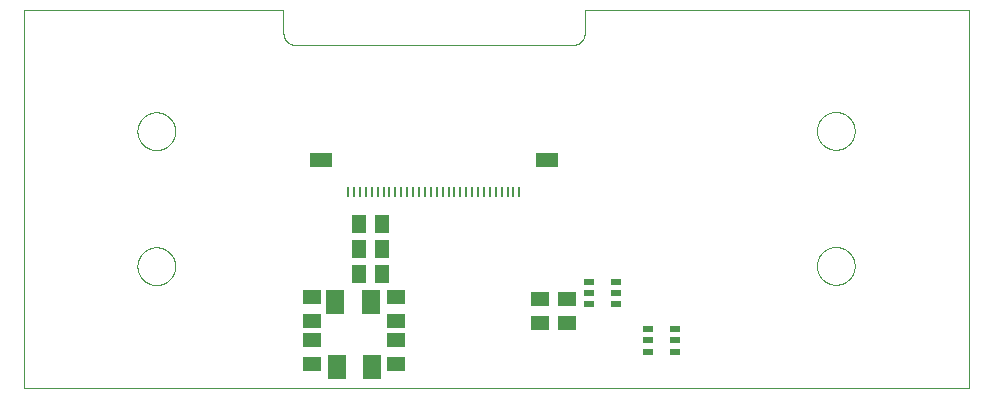
<source format=gtp>
G75*
%MOIN*%
%OFA0B0*%
%FSLAX25Y25*%
%IPPOS*%
%LPD*%
%AMOC8*
5,1,8,0,0,1.08239X$1,22.5*
%
%ADD10C,0.00000*%
%ADD11R,0.00984X0.03740*%
%ADD12R,0.07677X0.04921*%
%ADD13R,0.05118X0.06299*%
%ADD14R,0.06299X0.05118*%
%ADD15R,0.05906X0.07874*%
%ADD16R,0.03543X0.02362*%
D10*
X0001000Y0001571D02*
X0001000Y0127555D01*
X0087614Y0127555D01*
X0087614Y0119681D01*
X0087616Y0119557D01*
X0087622Y0119434D01*
X0087631Y0119310D01*
X0087645Y0119188D01*
X0087662Y0119065D01*
X0087684Y0118943D01*
X0087709Y0118822D01*
X0087738Y0118702D01*
X0087770Y0118583D01*
X0087807Y0118464D01*
X0087847Y0118347D01*
X0087890Y0118232D01*
X0087938Y0118117D01*
X0087989Y0118005D01*
X0088043Y0117894D01*
X0088101Y0117784D01*
X0088162Y0117677D01*
X0088227Y0117571D01*
X0088295Y0117468D01*
X0088366Y0117367D01*
X0088440Y0117268D01*
X0088517Y0117171D01*
X0088598Y0117077D01*
X0088681Y0116986D01*
X0088767Y0116897D01*
X0088856Y0116811D01*
X0088947Y0116728D01*
X0089041Y0116647D01*
X0089138Y0116570D01*
X0089237Y0116496D01*
X0089338Y0116425D01*
X0089441Y0116357D01*
X0089547Y0116292D01*
X0089654Y0116231D01*
X0089764Y0116173D01*
X0089875Y0116119D01*
X0089987Y0116068D01*
X0090102Y0116020D01*
X0090217Y0115977D01*
X0090334Y0115937D01*
X0090453Y0115900D01*
X0090572Y0115868D01*
X0090692Y0115839D01*
X0090813Y0115814D01*
X0090935Y0115792D01*
X0091058Y0115775D01*
X0091180Y0115761D01*
X0091304Y0115752D01*
X0091427Y0115746D01*
X0091551Y0115744D01*
X0184071Y0115744D01*
X0184195Y0115746D01*
X0184318Y0115752D01*
X0184442Y0115761D01*
X0184564Y0115775D01*
X0184687Y0115792D01*
X0184809Y0115814D01*
X0184930Y0115839D01*
X0185050Y0115868D01*
X0185169Y0115900D01*
X0185288Y0115937D01*
X0185405Y0115977D01*
X0185520Y0116020D01*
X0185635Y0116068D01*
X0185747Y0116119D01*
X0185858Y0116173D01*
X0185968Y0116231D01*
X0186075Y0116292D01*
X0186181Y0116357D01*
X0186284Y0116425D01*
X0186385Y0116496D01*
X0186484Y0116570D01*
X0186581Y0116647D01*
X0186675Y0116728D01*
X0186766Y0116811D01*
X0186855Y0116897D01*
X0186941Y0116986D01*
X0187024Y0117077D01*
X0187105Y0117171D01*
X0187182Y0117268D01*
X0187256Y0117367D01*
X0187327Y0117468D01*
X0187395Y0117571D01*
X0187460Y0117677D01*
X0187521Y0117784D01*
X0187579Y0117894D01*
X0187633Y0118005D01*
X0187684Y0118117D01*
X0187732Y0118232D01*
X0187775Y0118347D01*
X0187815Y0118464D01*
X0187852Y0118583D01*
X0187884Y0118702D01*
X0187913Y0118822D01*
X0187938Y0118943D01*
X0187960Y0119065D01*
X0187977Y0119188D01*
X0187991Y0119310D01*
X0188000Y0119434D01*
X0188006Y0119557D01*
X0188008Y0119681D01*
X0188008Y0127555D01*
X0315961Y0127555D01*
X0315961Y0001571D01*
X0001000Y0001571D01*
X0038934Y0042020D02*
X0038936Y0042178D01*
X0038942Y0042336D01*
X0038952Y0042494D01*
X0038966Y0042652D01*
X0038984Y0042809D01*
X0039005Y0042966D01*
X0039031Y0043122D01*
X0039061Y0043278D01*
X0039094Y0043433D01*
X0039132Y0043586D01*
X0039173Y0043739D01*
X0039218Y0043891D01*
X0039267Y0044042D01*
X0039320Y0044191D01*
X0039376Y0044339D01*
X0039436Y0044485D01*
X0039500Y0044630D01*
X0039568Y0044773D01*
X0039639Y0044915D01*
X0039713Y0045055D01*
X0039791Y0045192D01*
X0039873Y0045328D01*
X0039957Y0045462D01*
X0040046Y0045593D01*
X0040137Y0045722D01*
X0040232Y0045849D01*
X0040329Y0045974D01*
X0040430Y0046096D01*
X0040534Y0046215D01*
X0040641Y0046332D01*
X0040751Y0046446D01*
X0040864Y0046557D01*
X0040979Y0046666D01*
X0041097Y0046771D01*
X0041218Y0046873D01*
X0041341Y0046973D01*
X0041467Y0047069D01*
X0041595Y0047162D01*
X0041725Y0047252D01*
X0041858Y0047338D01*
X0041993Y0047422D01*
X0042129Y0047501D01*
X0042268Y0047578D01*
X0042409Y0047650D01*
X0042551Y0047720D01*
X0042695Y0047785D01*
X0042841Y0047847D01*
X0042988Y0047905D01*
X0043137Y0047960D01*
X0043287Y0048011D01*
X0043438Y0048058D01*
X0043590Y0048101D01*
X0043743Y0048140D01*
X0043898Y0048176D01*
X0044053Y0048207D01*
X0044209Y0048235D01*
X0044365Y0048259D01*
X0044522Y0048279D01*
X0044680Y0048295D01*
X0044837Y0048307D01*
X0044996Y0048315D01*
X0045154Y0048319D01*
X0045312Y0048319D01*
X0045470Y0048315D01*
X0045629Y0048307D01*
X0045786Y0048295D01*
X0045944Y0048279D01*
X0046101Y0048259D01*
X0046257Y0048235D01*
X0046413Y0048207D01*
X0046568Y0048176D01*
X0046723Y0048140D01*
X0046876Y0048101D01*
X0047028Y0048058D01*
X0047179Y0048011D01*
X0047329Y0047960D01*
X0047478Y0047905D01*
X0047625Y0047847D01*
X0047771Y0047785D01*
X0047915Y0047720D01*
X0048057Y0047650D01*
X0048198Y0047578D01*
X0048337Y0047501D01*
X0048473Y0047422D01*
X0048608Y0047338D01*
X0048741Y0047252D01*
X0048871Y0047162D01*
X0048999Y0047069D01*
X0049125Y0046973D01*
X0049248Y0046873D01*
X0049369Y0046771D01*
X0049487Y0046666D01*
X0049602Y0046557D01*
X0049715Y0046446D01*
X0049825Y0046332D01*
X0049932Y0046215D01*
X0050036Y0046096D01*
X0050137Y0045974D01*
X0050234Y0045849D01*
X0050329Y0045722D01*
X0050420Y0045593D01*
X0050509Y0045462D01*
X0050593Y0045328D01*
X0050675Y0045192D01*
X0050753Y0045055D01*
X0050827Y0044915D01*
X0050898Y0044773D01*
X0050966Y0044630D01*
X0051030Y0044485D01*
X0051090Y0044339D01*
X0051146Y0044191D01*
X0051199Y0044042D01*
X0051248Y0043891D01*
X0051293Y0043739D01*
X0051334Y0043586D01*
X0051372Y0043433D01*
X0051405Y0043278D01*
X0051435Y0043122D01*
X0051461Y0042966D01*
X0051482Y0042809D01*
X0051500Y0042652D01*
X0051514Y0042494D01*
X0051524Y0042336D01*
X0051530Y0042178D01*
X0051532Y0042020D01*
X0051530Y0041862D01*
X0051524Y0041704D01*
X0051514Y0041546D01*
X0051500Y0041388D01*
X0051482Y0041231D01*
X0051461Y0041074D01*
X0051435Y0040918D01*
X0051405Y0040762D01*
X0051372Y0040607D01*
X0051334Y0040454D01*
X0051293Y0040301D01*
X0051248Y0040149D01*
X0051199Y0039998D01*
X0051146Y0039849D01*
X0051090Y0039701D01*
X0051030Y0039555D01*
X0050966Y0039410D01*
X0050898Y0039267D01*
X0050827Y0039125D01*
X0050753Y0038985D01*
X0050675Y0038848D01*
X0050593Y0038712D01*
X0050509Y0038578D01*
X0050420Y0038447D01*
X0050329Y0038318D01*
X0050234Y0038191D01*
X0050137Y0038066D01*
X0050036Y0037944D01*
X0049932Y0037825D01*
X0049825Y0037708D01*
X0049715Y0037594D01*
X0049602Y0037483D01*
X0049487Y0037374D01*
X0049369Y0037269D01*
X0049248Y0037167D01*
X0049125Y0037067D01*
X0048999Y0036971D01*
X0048871Y0036878D01*
X0048741Y0036788D01*
X0048608Y0036702D01*
X0048473Y0036618D01*
X0048337Y0036539D01*
X0048198Y0036462D01*
X0048057Y0036390D01*
X0047915Y0036320D01*
X0047771Y0036255D01*
X0047625Y0036193D01*
X0047478Y0036135D01*
X0047329Y0036080D01*
X0047179Y0036029D01*
X0047028Y0035982D01*
X0046876Y0035939D01*
X0046723Y0035900D01*
X0046568Y0035864D01*
X0046413Y0035833D01*
X0046257Y0035805D01*
X0046101Y0035781D01*
X0045944Y0035761D01*
X0045786Y0035745D01*
X0045629Y0035733D01*
X0045470Y0035725D01*
X0045312Y0035721D01*
X0045154Y0035721D01*
X0044996Y0035725D01*
X0044837Y0035733D01*
X0044680Y0035745D01*
X0044522Y0035761D01*
X0044365Y0035781D01*
X0044209Y0035805D01*
X0044053Y0035833D01*
X0043898Y0035864D01*
X0043743Y0035900D01*
X0043590Y0035939D01*
X0043438Y0035982D01*
X0043287Y0036029D01*
X0043137Y0036080D01*
X0042988Y0036135D01*
X0042841Y0036193D01*
X0042695Y0036255D01*
X0042551Y0036320D01*
X0042409Y0036390D01*
X0042268Y0036462D01*
X0042129Y0036539D01*
X0041993Y0036618D01*
X0041858Y0036702D01*
X0041725Y0036788D01*
X0041595Y0036878D01*
X0041467Y0036971D01*
X0041341Y0037067D01*
X0041218Y0037167D01*
X0041097Y0037269D01*
X0040979Y0037374D01*
X0040864Y0037483D01*
X0040751Y0037594D01*
X0040641Y0037708D01*
X0040534Y0037825D01*
X0040430Y0037944D01*
X0040329Y0038066D01*
X0040232Y0038191D01*
X0040137Y0038318D01*
X0040046Y0038447D01*
X0039957Y0038578D01*
X0039873Y0038712D01*
X0039791Y0038848D01*
X0039713Y0038985D01*
X0039639Y0039125D01*
X0039568Y0039267D01*
X0039500Y0039410D01*
X0039436Y0039555D01*
X0039376Y0039701D01*
X0039320Y0039849D01*
X0039267Y0039998D01*
X0039218Y0040149D01*
X0039173Y0040301D01*
X0039132Y0040454D01*
X0039094Y0040607D01*
X0039061Y0040762D01*
X0039031Y0040918D01*
X0039005Y0041074D01*
X0038984Y0041231D01*
X0038966Y0041388D01*
X0038952Y0041546D01*
X0038942Y0041704D01*
X0038936Y0041862D01*
X0038934Y0042020D01*
X0038934Y0087020D02*
X0038936Y0087178D01*
X0038942Y0087336D01*
X0038952Y0087494D01*
X0038966Y0087652D01*
X0038984Y0087809D01*
X0039005Y0087966D01*
X0039031Y0088122D01*
X0039061Y0088278D01*
X0039094Y0088433D01*
X0039132Y0088586D01*
X0039173Y0088739D01*
X0039218Y0088891D01*
X0039267Y0089042D01*
X0039320Y0089191D01*
X0039376Y0089339D01*
X0039436Y0089485D01*
X0039500Y0089630D01*
X0039568Y0089773D01*
X0039639Y0089915D01*
X0039713Y0090055D01*
X0039791Y0090192D01*
X0039873Y0090328D01*
X0039957Y0090462D01*
X0040046Y0090593D01*
X0040137Y0090722D01*
X0040232Y0090849D01*
X0040329Y0090974D01*
X0040430Y0091096D01*
X0040534Y0091215D01*
X0040641Y0091332D01*
X0040751Y0091446D01*
X0040864Y0091557D01*
X0040979Y0091666D01*
X0041097Y0091771D01*
X0041218Y0091873D01*
X0041341Y0091973D01*
X0041467Y0092069D01*
X0041595Y0092162D01*
X0041725Y0092252D01*
X0041858Y0092338D01*
X0041993Y0092422D01*
X0042129Y0092501D01*
X0042268Y0092578D01*
X0042409Y0092650D01*
X0042551Y0092720D01*
X0042695Y0092785D01*
X0042841Y0092847D01*
X0042988Y0092905D01*
X0043137Y0092960D01*
X0043287Y0093011D01*
X0043438Y0093058D01*
X0043590Y0093101D01*
X0043743Y0093140D01*
X0043898Y0093176D01*
X0044053Y0093207D01*
X0044209Y0093235D01*
X0044365Y0093259D01*
X0044522Y0093279D01*
X0044680Y0093295D01*
X0044837Y0093307D01*
X0044996Y0093315D01*
X0045154Y0093319D01*
X0045312Y0093319D01*
X0045470Y0093315D01*
X0045629Y0093307D01*
X0045786Y0093295D01*
X0045944Y0093279D01*
X0046101Y0093259D01*
X0046257Y0093235D01*
X0046413Y0093207D01*
X0046568Y0093176D01*
X0046723Y0093140D01*
X0046876Y0093101D01*
X0047028Y0093058D01*
X0047179Y0093011D01*
X0047329Y0092960D01*
X0047478Y0092905D01*
X0047625Y0092847D01*
X0047771Y0092785D01*
X0047915Y0092720D01*
X0048057Y0092650D01*
X0048198Y0092578D01*
X0048337Y0092501D01*
X0048473Y0092422D01*
X0048608Y0092338D01*
X0048741Y0092252D01*
X0048871Y0092162D01*
X0048999Y0092069D01*
X0049125Y0091973D01*
X0049248Y0091873D01*
X0049369Y0091771D01*
X0049487Y0091666D01*
X0049602Y0091557D01*
X0049715Y0091446D01*
X0049825Y0091332D01*
X0049932Y0091215D01*
X0050036Y0091096D01*
X0050137Y0090974D01*
X0050234Y0090849D01*
X0050329Y0090722D01*
X0050420Y0090593D01*
X0050509Y0090462D01*
X0050593Y0090328D01*
X0050675Y0090192D01*
X0050753Y0090055D01*
X0050827Y0089915D01*
X0050898Y0089773D01*
X0050966Y0089630D01*
X0051030Y0089485D01*
X0051090Y0089339D01*
X0051146Y0089191D01*
X0051199Y0089042D01*
X0051248Y0088891D01*
X0051293Y0088739D01*
X0051334Y0088586D01*
X0051372Y0088433D01*
X0051405Y0088278D01*
X0051435Y0088122D01*
X0051461Y0087966D01*
X0051482Y0087809D01*
X0051500Y0087652D01*
X0051514Y0087494D01*
X0051524Y0087336D01*
X0051530Y0087178D01*
X0051532Y0087020D01*
X0051530Y0086862D01*
X0051524Y0086704D01*
X0051514Y0086546D01*
X0051500Y0086388D01*
X0051482Y0086231D01*
X0051461Y0086074D01*
X0051435Y0085918D01*
X0051405Y0085762D01*
X0051372Y0085607D01*
X0051334Y0085454D01*
X0051293Y0085301D01*
X0051248Y0085149D01*
X0051199Y0084998D01*
X0051146Y0084849D01*
X0051090Y0084701D01*
X0051030Y0084555D01*
X0050966Y0084410D01*
X0050898Y0084267D01*
X0050827Y0084125D01*
X0050753Y0083985D01*
X0050675Y0083848D01*
X0050593Y0083712D01*
X0050509Y0083578D01*
X0050420Y0083447D01*
X0050329Y0083318D01*
X0050234Y0083191D01*
X0050137Y0083066D01*
X0050036Y0082944D01*
X0049932Y0082825D01*
X0049825Y0082708D01*
X0049715Y0082594D01*
X0049602Y0082483D01*
X0049487Y0082374D01*
X0049369Y0082269D01*
X0049248Y0082167D01*
X0049125Y0082067D01*
X0048999Y0081971D01*
X0048871Y0081878D01*
X0048741Y0081788D01*
X0048608Y0081702D01*
X0048473Y0081618D01*
X0048337Y0081539D01*
X0048198Y0081462D01*
X0048057Y0081390D01*
X0047915Y0081320D01*
X0047771Y0081255D01*
X0047625Y0081193D01*
X0047478Y0081135D01*
X0047329Y0081080D01*
X0047179Y0081029D01*
X0047028Y0080982D01*
X0046876Y0080939D01*
X0046723Y0080900D01*
X0046568Y0080864D01*
X0046413Y0080833D01*
X0046257Y0080805D01*
X0046101Y0080781D01*
X0045944Y0080761D01*
X0045786Y0080745D01*
X0045629Y0080733D01*
X0045470Y0080725D01*
X0045312Y0080721D01*
X0045154Y0080721D01*
X0044996Y0080725D01*
X0044837Y0080733D01*
X0044680Y0080745D01*
X0044522Y0080761D01*
X0044365Y0080781D01*
X0044209Y0080805D01*
X0044053Y0080833D01*
X0043898Y0080864D01*
X0043743Y0080900D01*
X0043590Y0080939D01*
X0043438Y0080982D01*
X0043287Y0081029D01*
X0043137Y0081080D01*
X0042988Y0081135D01*
X0042841Y0081193D01*
X0042695Y0081255D01*
X0042551Y0081320D01*
X0042409Y0081390D01*
X0042268Y0081462D01*
X0042129Y0081539D01*
X0041993Y0081618D01*
X0041858Y0081702D01*
X0041725Y0081788D01*
X0041595Y0081878D01*
X0041467Y0081971D01*
X0041341Y0082067D01*
X0041218Y0082167D01*
X0041097Y0082269D01*
X0040979Y0082374D01*
X0040864Y0082483D01*
X0040751Y0082594D01*
X0040641Y0082708D01*
X0040534Y0082825D01*
X0040430Y0082944D01*
X0040329Y0083066D01*
X0040232Y0083191D01*
X0040137Y0083318D01*
X0040046Y0083447D01*
X0039957Y0083578D01*
X0039873Y0083712D01*
X0039791Y0083848D01*
X0039713Y0083985D01*
X0039639Y0084125D01*
X0039568Y0084267D01*
X0039500Y0084410D01*
X0039436Y0084555D01*
X0039376Y0084701D01*
X0039320Y0084849D01*
X0039267Y0084998D01*
X0039218Y0085149D01*
X0039173Y0085301D01*
X0039132Y0085454D01*
X0039094Y0085607D01*
X0039061Y0085762D01*
X0039031Y0085918D01*
X0039005Y0086074D01*
X0038984Y0086231D01*
X0038966Y0086388D01*
X0038952Y0086546D01*
X0038942Y0086704D01*
X0038936Y0086862D01*
X0038934Y0087020D01*
X0265429Y0087106D02*
X0265431Y0087264D01*
X0265437Y0087422D01*
X0265447Y0087580D01*
X0265461Y0087738D01*
X0265479Y0087895D01*
X0265500Y0088052D01*
X0265526Y0088208D01*
X0265556Y0088364D01*
X0265589Y0088519D01*
X0265627Y0088672D01*
X0265668Y0088825D01*
X0265713Y0088977D01*
X0265762Y0089128D01*
X0265815Y0089277D01*
X0265871Y0089425D01*
X0265931Y0089571D01*
X0265995Y0089716D01*
X0266063Y0089859D01*
X0266134Y0090001D01*
X0266208Y0090141D01*
X0266286Y0090278D01*
X0266368Y0090414D01*
X0266452Y0090548D01*
X0266541Y0090679D01*
X0266632Y0090808D01*
X0266727Y0090935D01*
X0266824Y0091060D01*
X0266925Y0091182D01*
X0267029Y0091301D01*
X0267136Y0091418D01*
X0267246Y0091532D01*
X0267359Y0091643D01*
X0267474Y0091752D01*
X0267592Y0091857D01*
X0267713Y0091959D01*
X0267836Y0092059D01*
X0267962Y0092155D01*
X0268090Y0092248D01*
X0268220Y0092338D01*
X0268353Y0092424D01*
X0268488Y0092508D01*
X0268624Y0092587D01*
X0268763Y0092664D01*
X0268904Y0092736D01*
X0269046Y0092806D01*
X0269190Y0092871D01*
X0269336Y0092933D01*
X0269483Y0092991D01*
X0269632Y0093046D01*
X0269782Y0093097D01*
X0269933Y0093144D01*
X0270085Y0093187D01*
X0270238Y0093226D01*
X0270393Y0093262D01*
X0270548Y0093293D01*
X0270704Y0093321D01*
X0270860Y0093345D01*
X0271017Y0093365D01*
X0271175Y0093381D01*
X0271332Y0093393D01*
X0271491Y0093401D01*
X0271649Y0093405D01*
X0271807Y0093405D01*
X0271965Y0093401D01*
X0272124Y0093393D01*
X0272281Y0093381D01*
X0272439Y0093365D01*
X0272596Y0093345D01*
X0272752Y0093321D01*
X0272908Y0093293D01*
X0273063Y0093262D01*
X0273218Y0093226D01*
X0273371Y0093187D01*
X0273523Y0093144D01*
X0273674Y0093097D01*
X0273824Y0093046D01*
X0273973Y0092991D01*
X0274120Y0092933D01*
X0274266Y0092871D01*
X0274410Y0092806D01*
X0274552Y0092736D01*
X0274693Y0092664D01*
X0274832Y0092587D01*
X0274968Y0092508D01*
X0275103Y0092424D01*
X0275236Y0092338D01*
X0275366Y0092248D01*
X0275494Y0092155D01*
X0275620Y0092059D01*
X0275743Y0091959D01*
X0275864Y0091857D01*
X0275982Y0091752D01*
X0276097Y0091643D01*
X0276210Y0091532D01*
X0276320Y0091418D01*
X0276427Y0091301D01*
X0276531Y0091182D01*
X0276632Y0091060D01*
X0276729Y0090935D01*
X0276824Y0090808D01*
X0276915Y0090679D01*
X0277004Y0090548D01*
X0277088Y0090414D01*
X0277170Y0090278D01*
X0277248Y0090141D01*
X0277322Y0090001D01*
X0277393Y0089859D01*
X0277461Y0089716D01*
X0277525Y0089571D01*
X0277585Y0089425D01*
X0277641Y0089277D01*
X0277694Y0089128D01*
X0277743Y0088977D01*
X0277788Y0088825D01*
X0277829Y0088672D01*
X0277867Y0088519D01*
X0277900Y0088364D01*
X0277930Y0088208D01*
X0277956Y0088052D01*
X0277977Y0087895D01*
X0277995Y0087738D01*
X0278009Y0087580D01*
X0278019Y0087422D01*
X0278025Y0087264D01*
X0278027Y0087106D01*
X0278025Y0086948D01*
X0278019Y0086790D01*
X0278009Y0086632D01*
X0277995Y0086474D01*
X0277977Y0086317D01*
X0277956Y0086160D01*
X0277930Y0086004D01*
X0277900Y0085848D01*
X0277867Y0085693D01*
X0277829Y0085540D01*
X0277788Y0085387D01*
X0277743Y0085235D01*
X0277694Y0085084D01*
X0277641Y0084935D01*
X0277585Y0084787D01*
X0277525Y0084641D01*
X0277461Y0084496D01*
X0277393Y0084353D01*
X0277322Y0084211D01*
X0277248Y0084071D01*
X0277170Y0083934D01*
X0277088Y0083798D01*
X0277004Y0083664D01*
X0276915Y0083533D01*
X0276824Y0083404D01*
X0276729Y0083277D01*
X0276632Y0083152D01*
X0276531Y0083030D01*
X0276427Y0082911D01*
X0276320Y0082794D01*
X0276210Y0082680D01*
X0276097Y0082569D01*
X0275982Y0082460D01*
X0275864Y0082355D01*
X0275743Y0082253D01*
X0275620Y0082153D01*
X0275494Y0082057D01*
X0275366Y0081964D01*
X0275236Y0081874D01*
X0275103Y0081788D01*
X0274968Y0081704D01*
X0274832Y0081625D01*
X0274693Y0081548D01*
X0274552Y0081476D01*
X0274410Y0081406D01*
X0274266Y0081341D01*
X0274120Y0081279D01*
X0273973Y0081221D01*
X0273824Y0081166D01*
X0273674Y0081115D01*
X0273523Y0081068D01*
X0273371Y0081025D01*
X0273218Y0080986D01*
X0273063Y0080950D01*
X0272908Y0080919D01*
X0272752Y0080891D01*
X0272596Y0080867D01*
X0272439Y0080847D01*
X0272281Y0080831D01*
X0272124Y0080819D01*
X0271965Y0080811D01*
X0271807Y0080807D01*
X0271649Y0080807D01*
X0271491Y0080811D01*
X0271332Y0080819D01*
X0271175Y0080831D01*
X0271017Y0080847D01*
X0270860Y0080867D01*
X0270704Y0080891D01*
X0270548Y0080919D01*
X0270393Y0080950D01*
X0270238Y0080986D01*
X0270085Y0081025D01*
X0269933Y0081068D01*
X0269782Y0081115D01*
X0269632Y0081166D01*
X0269483Y0081221D01*
X0269336Y0081279D01*
X0269190Y0081341D01*
X0269046Y0081406D01*
X0268904Y0081476D01*
X0268763Y0081548D01*
X0268624Y0081625D01*
X0268488Y0081704D01*
X0268353Y0081788D01*
X0268220Y0081874D01*
X0268090Y0081964D01*
X0267962Y0082057D01*
X0267836Y0082153D01*
X0267713Y0082253D01*
X0267592Y0082355D01*
X0267474Y0082460D01*
X0267359Y0082569D01*
X0267246Y0082680D01*
X0267136Y0082794D01*
X0267029Y0082911D01*
X0266925Y0083030D01*
X0266824Y0083152D01*
X0266727Y0083277D01*
X0266632Y0083404D01*
X0266541Y0083533D01*
X0266452Y0083664D01*
X0266368Y0083798D01*
X0266286Y0083934D01*
X0266208Y0084071D01*
X0266134Y0084211D01*
X0266063Y0084353D01*
X0265995Y0084496D01*
X0265931Y0084641D01*
X0265871Y0084787D01*
X0265815Y0084935D01*
X0265762Y0085084D01*
X0265713Y0085235D01*
X0265668Y0085387D01*
X0265627Y0085540D01*
X0265589Y0085693D01*
X0265556Y0085848D01*
X0265526Y0086004D01*
X0265500Y0086160D01*
X0265479Y0086317D01*
X0265461Y0086474D01*
X0265447Y0086632D01*
X0265437Y0086790D01*
X0265431Y0086948D01*
X0265429Y0087106D01*
X0265429Y0042106D02*
X0265431Y0042264D01*
X0265437Y0042422D01*
X0265447Y0042580D01*
X0265461Y0042738D01*
X0265479Y0042895D01*
X0265500Y0043052D01*
X0265526Y0043208D01*
X0265556Y0043364D01*
X0265589Y0043519D01*
X0265627Y0043672D01*
X0265668Y0043825D01*
X0265713Y0043977D01*
X0265762Y0044128D01*
X0265815Y0044277D01*
X0265871Y0044425D01*
X0265931Y0044571D01*
X0265995Y0044716D01*
X0266063Y0044859D01*
X0266134Y0045001D01*
X0266208Y0045141D01*
X0266286Y0045278D01*
X0266368Y0045414D01*
X0266452Y0045548D01*
X0266541Y0045679D01*
X0266632Y0045808D01*
X0266727Y0045935D01*
X0266824Y0046060D01*
X0266925Y0046182D01*
X0267029Y0046301D01*
X0267136Y0046418D01*
X0267246Y0046532D01*
X0267359Y0046643D01*
X0267474Y0046752D01*
X0267592Y0046857D01*
X0267713Y0046959D01*
X0267836Y0047059D01*
X0267962Y0047155D01*
X0268090Y0047248D01*
X0268220Y0047338D01*
X0268353Y0047424D01*
X0268488Y0047508D01*
X0268624Y0047587D01*
X0268763Y0047664D01*
X0268904Y0047736D01*
X0269046Y0047806D01*
X0269190Y0047871D01*
X0269336Y0047933D01*
X0269483Y0047991D01*
X0269632Y0048046D01*
X0269782Y0048097D01*
X0269933Y0048144D01*
X0270085Y0048187D01*
X0270238Y0048226D01*
X0270393Y0048262D01*
X0270548Y0048293D01*
X0270704Y0048321D01*
X0270860Y0048345D01*
X0271017Y0048365D01*
X0271175Y0048381D01*
X0271332Y0048393D01*
X0271491Y0048401D01*
X0271649Y0048405D01*
X0271807Y0048405D01*
X0271965Y0048401D01*
X0272124Y0048393D01*
X0272281Y0048381D01*
X0272439Y0048365D01*
X0272596Y0048345D01*
X0272752Y0048321D01*
X0272908Y0048293D01*
X0273063Y0048262D01*
X0273218Y0048226D01*
X0273371Y0048187D01*
X0273523Y0048144D01*
X0273674Y0048097D01*
X0273824Y0048046D01*
X0273973Y0047991D01*
X0274120Y0047933D01*
X0274266Y0047871D01*
X0274410Y0047806D01*
X0274552Y0047736D01*
X0274693Y0047664D01*
X0274832Y0047587D01*
X0274968Y0047508D01*
X0275103Y0047424D01*
X0275236Y0047338D01*
X0275366Y0047248D01*
X0275494Y0047155D01*
X0275620Y0047059D01*
X0275743Y0046959D01*
X0275864Y0046857D01*
X0275982Y0046752D01*
X0276097Y0046643D01*
X0276210Y0046532D01*
X0276320Y0046418D01*
X0276427Y0046301D01*
X0276531Y0046182D01*
X0276632Y0046060D01*
X0276729Y0045935D01*
X0276824Y0045808D01*
X0276915Y0045679D01*
X0277004Y0045548D01*
X0277088Y0045414D01*
X0277170Y0045278D01*
X0277248Y0045141D01*
X0277322Y0045001D01*
X0277393Y0044859D01*
X0277461Y0044716D01*
X0277525Y0044571D01*
X0277585Y0044425D01*
X0277641Y0044277D01*
X0277694Y0044128D01*
X0277743Y0043977D01*
X0277788Y0043825D01*
X0277829Y0043672D01*
X0277867Y0043519D01*
X0277900Y0043364D01*
X0277930Y0043208D01*
X0277956Y0043052D01*
X0277977Y0042895D01*
X0277995Y0042738D01*
X0278009Y0042580D01*
X0278019Y0042422D01*
X0278025Y0042264D01*
X0278027Y0042106D01*
X0278025Y0041948D01*
X0278019Y0041790D01*
X0278009Y0041632D01*
X0277995Y0041474D01*
X0277977Y0041317D01*
X0277956Y0041160D01*
X0277930Y0041004D01*
X0277900Y0040848D01*
X0277867Y0040693D01*
X0277829Y0040540D01*
X0277788Y0040387D01*
X0277743Y0040235D01*
X0277694Y0040084D01*
X0277641Y0039935D01*
X0277585Y0039787D01*
X0277525Y0039641D01*
X0277461Y0039496D01*
X0277393Y0039353D01*
X0277322Y0039211D01*
X0277248Y0039071D01*
X0277170Y0038934D01*
X0277088Y0038798D01*
X0277004Y0038664D01*
X0276915Y0038533D01*
X0276824Y0038404D01*
X0276729Y0038277D01*
X0276632Y0038152D01*
X0276531Y0038030D01*
X0276427Y0037911D01*
X0276320Y0037794D01*
X0276210Y0037680D01*
X0276097Y0037569D01*
X0275982Y0037460D01*
X0275864Y0037355D01*
X0275743Y0037253D01*
X0275620Y0037153D01*
X0275494Y0037057D01*
X0275366Y0036964D01*
X0275236Y0036874D01*
X0275103Y0036788D01*
X0274968Y0036704D01*
X0274832Y0036625D01*
X0274693Y0036548D01*
X0274552Y0036476D01*
X0274410Y0036406D01*
X0274266Y0036341D01*
X0274120Y0036279D01*
X0273973Y0036221D01*
X0273824Y0036166D01*
X0273674Y0036115D01*
X0273523Y0036068D01*
X0273371Y0036025D01*
X0273218Y0035986D01*
X0273063Y0035950D01*
X0272908Y0035919D01*
X0272752Y0035891D01*
X0272596Y0035867D01*
X0272439Y0035847D01*
X0272281Y0035831D01*
X0272124Y0035819D01*
X0271965Y0035811D01*
X0271807Y0035807D01*
X0271649Y0035807D01*
X0271491Y0035811D01*
X0271332Y0035819D01*
X0271175Y0035831D01*
X0271017Y0035847D01*
X0270860Y0035867D01*
X0270704Y0035891D01*
X0270548Y0035919D01*
X0270393Y0035950D01*
X0270238Y0035986D01*
X0270085Y0036025D01*
X0269933Y0036068D01*
X0269782Y0036115D01*
X0269632Y0036166D01*
X0269483Y0036221D01*
X0269336Y0036279D01*
X0269190Y0036341D01*
X0269046Y0036406D01*
X0268904Y0036476D01*
X0268763Y0036548D01*
X0268624Y0036625D01*
X0268488Y0036704D01*
X0268353Y0036788D01*
X0268220Y0036874D01*
X0268090Y0036964D01*
X0267962Y0037057D01*
X0267836Y0037153D01*
X0267713Y0037253D01*
X0267592Y0037355D01*
X0267474Y0037460D01*
X0267359Y0037569D01*
X0267246Y0037680D01*
X0267136Y0037794D01*
X0267029Y0037911D01*
X0266925Y0038030D01*
X0266824Y0038152D01*
X0266727Y0038277D01*
X0266632Y0038404D01*
X0266541Y0038533D01*
X0266452Y0038664D01*
X0266368Y0038798D01*
X0266286Y0038934D01*
X0266208Y0039071D01*
X0266134Y0039211D01*
X0266063Y0039353D01*
X0265995Y0039496D01*
X0265931Y0039641D01*
X0265871Y0039787D01*
X0265815Y0039935D01*
X0265762Y0040084D01*
X0265713Y0040235D01*
X0265668Y0040387D01*
X0265627Y0040540D01*
X0265589Y0040693D01*
X0265556Y0040848D01*
X0265526Y0041004D01*
X0265500Y0041160D01*
X0265479Y0041317D01*
X0265461Y0041474D01*
X0265447Y0041632D01*
X0265437Y0041790D01*
X0265431Y0041948D01*
X0265429Y0042106D01*
D11*
X0166247Y0066767D03*
X0164279Y0066767D03*
X0162310Y0066767D03*
X0160342Y0066767D03*
X0158373Y0066767D03*
X0156405Y0066767D03*
X0154436Y0066767D03*
X0152468Y0066767D03*
X0150499Y0066767D03*
X0148531Y0066767D03*
X0146562Y0066767D03*
X0146562Y0066767D03*
X0144594Y0066767D03*
X0142625Y0066767D03*
X0140657Y0066767D03*
X0140657Y0066767D03*
X0138688Y0066767D03*
X0138688Y0066767D03*
X0136720Y0066767D03*
X0136720Y0066767D03*
X0136720Y0066767D03*
X0134751Y0066767D03*
X0134751Y0066767D03*
X0132783Y0066767D03*
X0130814Y0066767D03*
X0128846Y0066767D03*
X0126877Y0066767D03*
X0124909Y0066767D03*
X0122940Y0066767D03*
X0120972Y0066767D03*
X0119003Y0066767D03*
X0117035Y0066767D03*
X0115066Y0066767D03*
X0113098Y0066767D03*
X0111129Y0066767D03*
X0109161Y0066767D03*
D12*
X0100106Y0077397D03*
X0175302Y0077397D03*
D13*
X0120587Y0056197D03*
X0112713Y0056197D03*
X0112713Y0047831D03*
X0120587Y0047831D03*
X0120587Y0039465D03*
X0112713Y0039465D03*
D14*
X0125016Y0031591D03*
X0125016Y0023717D03*
X0125016Y0017319D03*
X0125016Y0009445D03*
X0096965Y0009445D03*
X0096965Y0017319D03*
X0096965Y0023717D03*
X0096965Y0031591D03*
X0173244Y0031098D03*
X0182102Y0031098D03*
X0182102Y0023224D03*
X0173244Y0023224D03*
D15*
X0116650Y0030114D03*
X0104839Y0030114D03*
X0105331Y0008461D03*
X0117142Y0008461D03*
D16*
X0189386Y0029327D03*
X0189386Y0033067D03*
X0189386Y0036807D03*
X0198441Y0036807D03*
X0198441Y0033067D03*
X0198441Y0029327D03*
X0209071Y0021059D03*
X0209071Y0017319D03*
X0209071Y0013579D03*
X0218126Y0013579D03*
X0218126Y0017319D03*
X0218126Y0021059D03*
M02*

</source>
